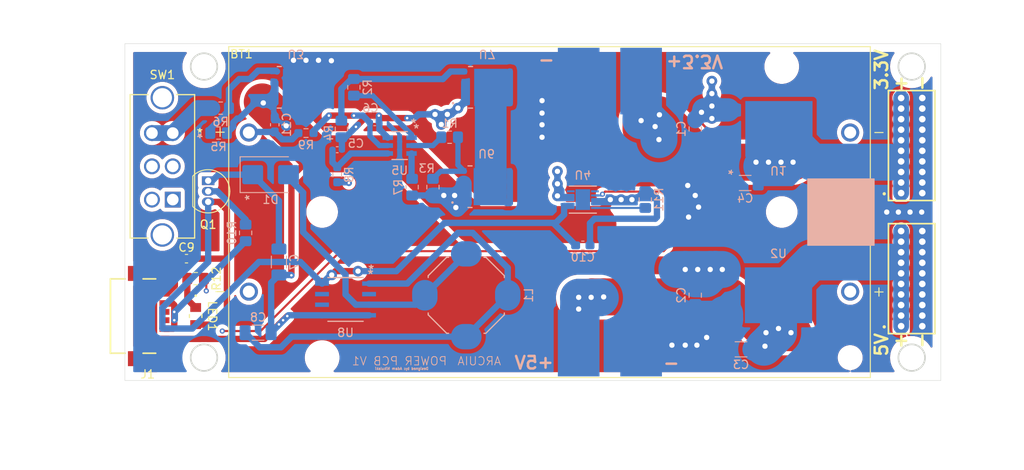
<source format=kicad_pcb>
(kicad_pcb (version 20240108) (generator "pcbnew") (generator_version "8.0")
  (layers (0 "F.Cu" signal "F_SIGNAL.Cu") (1 "In1.Cu" power "Power.Cu") (2 "In2.Cu" power "GND.Cu") (31 "B.Cu" signal "B_SIGNAL.Cu") (34 "B.Paste" user) (35 "F.Paste" user) (36 "B.SilkS" user "B.Silkscreen") (37 "F.SilkS" user "F.Silkscreen") (38 "B.Mask" user) (39 "F.Mask" user) (44 "Edge.Cuts" user))
  (net 0 "")
  (net 1 "Net-(BT1-PadN1)")
  (net 2 "+BATT 8.4V")
  (net 3 "GND")
  (net 4 "+5V")
  (net 5 "+3.3V")
  (net 6 "Net-(U5-VC)")
  (net 7 "Net-(U5-VDD)")
  (net 8 "Net-(D1-A1)")
  (net 9 "-BATT")
  (net 10 "USB +5V")
  (net 11 "+12V")
  (net 12 "Net-(D1-A2)")
  (net 19 "Net-(LED1-Pad1)")
  (net 20 "Net-(Q1-B)")
  (net 21 "Net-(U5-CO)")
  (net 22 "Net-(U6-G)")
  (net 23 "Net-(U7-G)")
  (net 24 "Net-(U5-DO)")
  (net 25 "Net-(U3-G)")
  (net 26 "Net-(R6-Pad1)")
  (net 27 "Net-(U5-VM)")
  (net 28 "Net-(U4-PROG)")
  (net 29 "Net-(U4-STAT)")
  (net 35 "Net-(U6-HEAT_PAD)")
  (net 39 "/-BATFET")
  (footprint "Package_TO_SOT_THT:TO-92_Inline" (layer "F.Cu") (at 105 42.23 -90)
    (property "Reference" "Q1")
    (property "Value" "2N4403" (hide yes))
  )
  (footprint "Group Rocket:BAT_1049P" (layer "F.Cu") (at 146 46)
    (property "Reference" "BT1")
    (property "Value" "1049P" (hide yes))
  )
  (footprint "Group Rocket:SAMTEC_SMS-110-X-X-D" (layer "F.Cu") (at 189.5 38 -90)
    (property "Reference" "J4" (hide yes))
    (property "Value" "SMS-110-X-X-D" (hide yes))
  )
  (footprint "Group Rocket:LED_LTST-C170KFKT_LTO-M" (layer "F.Cu") (at 103.5 58.5 -90)
    (property "Reference" "LED1")
    (property "Value" "LTST-C170KFKT" (hide yes))
  )
  (footprint "Group Rocket:MFS201N-9-Z_NDC" (layer "F.Cu") (at 99.5 40.5 180)
    (property "Reference" "SW1")
    (property "Value" "MFS201N-9-Z")
  )
  (footprint "Group Rocket:SAMTEC_SMS-110-X-X-D" (layer "F.Cu") (at 189.5 54 -90)
    (property "Reference" "J5" (hide yes))
    (property "Value" "SMS-110-X-X-D" (hide yes))
  )
  (footprint "Group Rocket:GCT_USB4135-GF-A_REVA" (layer "F.Cu") (at 96.75 58.5 -90)
    (property "Reference" "J1")
    (property "Value" "USB4135-GF-A_REVA")
  )
  (footprint "Capacitor_SMD:C_0603_1608Metric_Pad1.08x0.95mm_HandSolder" (layer "F.Cu") (at 102.4 51.6 180)
    (property "Reference" "C9")
    (property "Value" "1uF")
  )
  (footprint "Resistor_SMD:R_0805_2012Metric_Pad1.20x1.40mm_HandSolder" (layer "F.Cu") (at 103.5 54 180)
    (property "Reference" "R12")
    (property "Value" "1K")
  )
  (footprint "Group Rocket:LT1109ACS8-12#PBF" (layer "B.Cu") (at 121.5 56.5 180)
    (property "Reference" "U8")
    (property "Value" "LT1109ACS8-12-PBF" (hide yes))
  )
  (footprint "Group Rocket:IND_CB_CTX-1" (layer "B.Cu") (at 136 56 -90)
    (property "Reference" "L1")
    (property "Value" "10uH")
  )
  (footprint "Group Rocket:CSD17507Q5A" (layer "B.Cu") (at 115.5275 31)
    (property "Reference" "U3")
    (property "Value" "CSD17507Q5A" (hide yes))
  )
  (footprint "Capacitor_SMD:C_0402_1005Metric_Pad0.74x0.62mm_HandSolder" (layer "B.Cu") (at 120.5 38.5 180)
    (property "Reference" "C5")
    (property "Value" "0.1uF")
  )
  (footprint "Capacitor_SMD:C_1206_3216Metric_Pad1.33x1.80mm_HandSolder" (layer "B.Cu") (at 113.5 52 90)
    (property "Reference" "C7")
    (property "Value" "47uF 20V" (hide yes))
  )
  (footprint "Group Rocket:Power_Pad 5mm x 10mm" (layer "B.Cu") (at 157 30.25 180)
    (property "Reference" "U9" (hide yes))
    (property "Value" "~" (hide yes))
  )
  (footprint "Group Rocket:Power_Pad 5mm x 10mm" (layer "B.Cu") (at 157 61.75)
    (property "Reference" "U11" (hide yes))
    (property "Value" "~" (hide yes))
  )
  (footprint "Capacitor_SMD:C_1206_3216Metric_Pad1.33x1.80mm_HandSolder" (layer "B.Cu") (at 111 60.5 180)
    (property "Reference" "C8")
    (property "Value" "22uF")
  )
  (footprint "Group Rocket:AZ1084CD-3.3TRG1" (layer "B.Cu") (at 173.5 36 90)
    (property "Reference" "U1")
    (property "Value" "AZ1084CD-3.3TRG1" (hide yes))
  )
  (footprint "Diode_SMD:D_SMB" (layer "B.Cu") (at 112.5 41.5)
    (property "Reference" "D1")
    (property "Value" "MBRS130T3G" (hide yes))
  )
  (footprint "Group Rocket:Power_Pad 5mm x 10mm" (layer "B.Cu") (at 149.5 61.75)
    (property "Reference" "U12" (hide yes))
    (property "Value" "~" (hide yes))
  )
  (footprint "Capacitor_SMD:C_0805_2012Metric_Pad1.18x1.45mm_HandSolder" (layer "B.Cu") (at 163.5 36 -90)
    (property "Reference" "C1")
    (property "Value" "10uF")
  )
  (footprint "Resistor_SMD:R_0603_1608Metric_Pad0.98x0.95mm_HandSolder" (layer "B.Cu") (at 116.75 36.5)
    (property "Reference" "R9")
    (property "Value" "470ohm")
  )
  (footprint "Resistor_SMD:R_0805_2012Metric_Pad1.20x1.40mm_HandSolder" (layer "B.Cu") (at 122.5 31 90)
    (property "Reference" "R2")
    (property "Value" "47ohm" (hide yes))
  )
  (footprint "Group Rocket:CSD17507Q5A" (layer "B.Cu") (at 138.435072 42.945)
    (property "Reference" "U6")
    (property "Value" "CSD17507Q5A")
  )
  (footprint "Group Rocket:MCP73213T-A61I-MF" (layer "B.Cu") (at 150 44.5)
    (property "Reference" "U4")
    (property "Value" "MCP73213T-A61I/MF" (hide yes))
  )
  (footprint "Capacitor_SMD:C_0805_2012Metric_Pad1.18x1.45mm_HandSolder" (layer "B.Cu") (at 163.5 56 -90)
    (property "Reference" "C2")
    (property "Value" "10uF")
  )
  (footprint "Resistor_SMD:R_0805_2012Metric_Pad1.20x1.40mm_HandSolder" (layer "B.Cu") (at 106.25 36.5)
    (property "Reference" "R5")
    (property "Value" "100k")
  )
  (footprint "Resistor_SMD:R_0805_2012Metric_Pad1.20x1.40mm_HandSolder" (layer "B.Cu") (at 121 36 -90)
    (property "Reference" "R4")
    (property "Value" "100k")
  )
  (footprint "Capacitor_SMD:C_1206_3216Metric_Pad1.33x1.80mm_HandSolder" (layer "B.Cu") (at 169 62.5)
    (property "Reference" "C3")
    (property "Value" "22uF")
  )
  (footprint "Capacitor_SMD:C_0402_1005Metric_Pad0.74x0.62mm_HandSolder" (layer "B.Cu") (at 125 35.25)
    (property "Reference" "C6")
    (property "Value" "0.1uF")
  )
  (footprint "Capacitor_SMD:C_0603_1608Metric_Pad1.08x0.95mm_HandSolder" (layer "B.Cu") (at 150 50)
    (property "Reference" "C10")
    (property "Value" "1uF 25V MIN")
  )
  (footprint "Group Rocket:CSD17507Q5A" (layer "B.Cu") (at 138.5 31)
    (property "Reference" "U7")
    (property "Value" "CSD17507Q5A" (hide yes))
  )
  (footprint "Group Rocket:S-8252ABE-M6T1U" (layer "B.Cu") (at 128 38 180)
    (property "Reference" "U5")
    (property "Value" "S-8252ABE-M6T1U" (hide yes))
  )
  (footprint "Group Rocket:AZ1084CD-5.0TRG1" (layer "B.Cu") (at 173.4492 56 90)
    (property "Reference" "U2")
    (property "Value" "AZ1084CD-5.0TRG1" (hide yes))
  )
  (footprint "Capacitor_SMD:C_1206_3216Metric_Pad1.33x1.80mm_HandSolder" (layer "B.Cu") (at 169.5 42.5)
    (property "Reference" "C4")
    (property "Value" "22uF")
  )
  (footprint "Group Rocket:Power_Pad 5mm x 10mm" (layer "B.Cu") (at 149.5 30.25 180)
    (property "Reference" "U10" (hide yes))
    (property "Value" "~" (hide yes))
  )
  (footprint "Resistor_SMD:R_0805_2012Metric_Pad1.20x1.40mm_HandSolder" (layer "B.Cu") (at 157.5 44.5 90)
    (property "Reference" "R11")
    (property "Value" "1k 1% or lower")
  )
  (footprint "Resistor_SMD:R_0805_2012Metric_Pad1.20x1.40mm_HandSolder" (layer "B.Cu") (at 129.5 43 -90)
    (property "Reference" "R7")
    (property "Value" "2k")
  )
  (footprint "Resistor_SMD:R_0805_2012Metric_Pad1.20x1.40mm_HandSolder" (layer "B.Cu") (at 132 43 90)
    (property "Reference" "R3")
    (property "Value" "100k")
  )
  (footprint "Resistor_SMD:R_0805_2012Metric_Pad1.20x1.40mm_HandSolder" (layer "B.Cu") (at 109.5 48.5 -90)
    (property "Reference" "R10")
    (property "Value" "2K")
  )
  (footprint "Resistor_SMD:R_0805_2012Metric_Pad1.20x1.40mm_HandSolder" (layer "B.Cu") (at 106.5 33.5)
    (property "Reference" "R6")
    (property "Value" "47ohm")
  )
  (footprint "Resistor_SMD:R_0805_2012Metric_Pad1.20x1.40mm_HandSolder" (layer "B.Cu") (at 134 37 180)
    (property "Reference" "R1")
    (property "Value" "47ohm")
  )
  (footprint "Capacitor_SMD:C_0603_1608Metric_Pad1.08x0.95mm_HandSolder" (layer "B.Cu") (at 113 35.5 90)
    (property "Reference" "C11")
    (property "Value" "1uF 16V MIN")
  )
  (footprint "Resistor_SMD:R_0603_1608Metric_Pad0.98x0.95mm_HandSolder" (layer "B.Cu") (at 120.5 41.5 90)
    (property "Reference" "R8")
    (property "Value" "470ohm")
  )
  (gr_rect (start 177 42) (end 185 50) (stroke (width 0.1)) (fill solid) (layer "B.SilkS"))
  (gr_circle (center 189.5 28.5) (end 191.1 28.5) (stroke (width 0.2)) (fill none) (layer "Edge.Cuts"))
  (gr_circle (center 104.5 63.5) (end 106.1 63.5) (stroke (width 0.2)) (fill none) (layer "Edge.Cuts"))
  (gr_rect (start 95 25.75) (end 193 66.25) (stroke (width 0.05)) (fill none) (layer "Edge.Cuts"))
  (gr_circle (center 189.5 63.5) (end 191.1 63.5) (stroke (width 0.2)) (fill none) (layer "Edge.Cuts"))
  (gr_circle (center 104.5 28.5) (end 106.1 28.5) (stroke (width 0.2)) (fill none) (layer "Edge.Cuts"))
  (gr_text "3.3V" (at 161.75 27 180) (layer "B.SilkS") (effects (font (size 1.5 1.5) (thickness 0.3) (bold yes)) (justify left bottom mirror)))
  (gr_text "+" (at 161.75 29 90) (layer "B.SilkS") (effects (font (size 1.5 1.5) (thickness 0.3) (bold yes)) (justify left bottom)))
  (gr_text "+" (at 144.75 63 270) (layer "B.SilkS") (effects (font (size 1.5 1.5) (thickness 0.3) (bold yes)) (justify left bottom)))
  (gr_text "-" (at 159.5 65 0) (layer "B.SilkS") (effects (font (size 1.5 1.5) (thickness 0.3) (bold yes)) (justify left bottom)))
  (gr_text "ARCUIA" (at 140.25 64.5 0) (layer "B.SilkS") (effects (font (size 1 1) (thickness 0.1)) (justify left bottom mirror)))
  (gr_text "5V" (at 144.75 65 0) (layer "B.SilkS") (effects (font (size 1.5 1.5) (thickness 0.3) (bold yes)) (justify left bottom mirror)))
  (gr_text "Designed by: Adam Nikulski" (at 131.5 65 0) (layer "B.SilkS") (effects (font (size 0.3048 0.3048) (thickness 0.0762) (bold yes)) (justify left bottom mirror)))
  (gr_text "-" (at 146.75 27 180) (layer "B.SilkS") (effects (font (size 1.5 1.5) (thickness 0.3) (bold yes)) (justify left bottom)))
  (gr_text "POWER PCB V1" (at 133.75 64.5 0) (layer "B.SilkS") (effects (font (size 1 1) (thickness 0.1)) (justify left bottom mirror)))
  (gr_text "-" (at 191.55 31.6 90) (layer "F.SilkS") (effects (font (size 1.5 1.5) (thickness 0.3) (bold yes)) (justify left bottom)))
  (gr_text "-" (at 191.55 62.55 90) (layer "F.SilkS") (effects (font (size 1.5 1.5) (thickness 0.3) (bold yes)) (justify left bottom)))
  (gr_text "+" (at 187.125 62.25 0) (layer "F.SilkS") (effects (font (size 1.5 1.5) (thickness 0.3) (bold yes)) (justify left bottom)))
  (gr_text "+" (at 187.15 31.3 0) (layer "F.SilkS") (effects (font (size 1.5 1.5) (thickness 0.3) (bold yes)) (justify left bottom)))
  (gr_text "3.3V" (at 186.75 31.5 90) (layer "F.SilkS") (effects (font (size 1.5 1.5) (thickness 0.3) (bold yes)) (justify left bottom)))
  (gr_text "5V" (at 186.75 63.5 90) (layer "F.SilkS") (effects (font (size 1.5 1.5) (thickness 0.3) (bold yes)) (justify left bottom)))
  (via (at 121.9 42.5) (size 0.6096) (drill 0.3048) (layers "F.Cu" "B.Cu") (net 1))
  (segment (start 121.8125 42.4125) (end 121.9 42.5) (width 0.762) (layer "B.Cu") (net 1))
  (segment (start 120.5 42.4125) (end 121.8125 42.4125) (width 0.762) (layer "B.Cu") (net 1))
  (via (at 165.5 34.75) (size 1.27) (drill 0.635) (layers "F.Cu" "B.Cu") (net 2))
  (via (at 166.75 52.9) (size 1.27) (drill 0.635) (layers "F.Cu" "B.Cu") (net 2))
  (via (at 165.5 31.75) (size 1.27) (drill 0.635) (layers "F.Cu" "B.Cu") (net 2))
  (via (at 146.95 42.6) (size 1.27) (drill 0.635) (layers "F.Cu" "B.Cu") (net 2))
  (via (at 165.3 52.9) (size 1.27) (drill 0.635) (layers "F.Cu" "B.Cu") (net 2))
  (via (at 165.5 33.25) (size 1.27) (drill 0.635) (layers "F.Cu" "B.Cu") (net 2))
  (via (at 146.95 44.05) (size 1.27) (drill 0.635) (layers "F.Cu" "B.Cu") (net 2))
  (via (at 146.95 41.1) (size 1.27) (drill 0.635) (layers "F.Cu" "B.Cu") (net 2))
  (via (at 162.3 52.9) (size 1.27) (drill 0.635) (layers "F.Cu" "B.Cu") (net 2))
  (via (at 163.8 52.9) (size 1.27) (drill 0.635) (layers "F.Cu" "B.Cu") (net 2))
  (via (at 164.25 34) (size 1.27) (drill 0.635) (layers "F.Cu" "B.Cu") (net 2))
  (via (at 165.5 30.25) (size 1.27) (drill 0.635) (layers "F.Cu" "B.Cu") (net 2))
  (segment (start 115.0875 37.25) (end 115.8375 36.5) (width 0.762) (layer "B.Cu") (net 2))
  (segment (start 164.25 34) (end 164.536 33.714) (width 1.905) (layer "B.Cu") (net 2))
  (segment (start 166 33.714) (end 165.25 33.714) (width 2.794) (layer "B.Cu") (net 2))
  (segment (start 164.7725 54.0275) (end 163.5 54.0275) (width 4.445) (layer "B.Cu") (net 2))
  (segment (start 166.75 52.9) (end 165.9 52.9) (width 4.445) (layer "B.Cu") (net 2))
  (segment (start 113 36.3625) (end 113.8875 37.25) (width 0.762) (layer "B.Cu") (net 2))
  (segment (start 166.1428 54.9625) (end 167.3913 53.714) (width 0.762) (layer "B.Cu") (net 2))
  (segment (start 163.5 34.9625) (end 163.5 34.75) (width 1.905) (layer "B.Cu") (net 2))
  (segment (start 163.5 34.75) (end 164 34.25) (width 1.905) (layer "B.Cu") (net 2))
  (segment (start 163.5 54.9625) (end 166.1428 54.9625) (width 0.762) (layer "B.Cu") (net 2))
  (segment (start 165.9 52.9) (end 165.3 52.9) (width 4.445) (layer "B.Cu") (net 2))
  (segment (start 167.4421 33.714) (end 167 33.714) (width 2.794) (layer "B.Cu") (net 2))
  (segment (start 113 36.3625) (end 109.9625 36.3625) (width 0.762) (layer "B.Cu") (net 2))
  (segment (start 109.9625 36.3625) (end 109.89 36.435) (width 0.762) (layer "B.Cu") (net 2))
  (segment (start 164 34.25) (end 164.125 34.125) (width 1.905) (layer "B.Cu") (net 2))
  (segment (start 167 33.714) (end 166.25 33.714) (width 2.794) (layer "B.Cu") (net 2))
  (segment (start 165.25 33.714) (end 164.75 33.714) (width 2.794) (layer "B.Cu") (net 2))
  (segment (start 148.5522 44.000001) (end 148.5522 44.5) (width 0.254) (layer "B.Cu") (net 2))
  (segment (start 165.9 52.9) (end 164.7725 54.0275) (width 4.445) (layer "B.Cu") (net 2))
  (segment (start 165.3 52.9) (end 163.8 52.9) (width 4.445) (layer "B.Cu") (net 2))
  (segment (start 113.8875 37.25) (end 115.0875 37.25) (width 0.762) (layer "B.Cu") (net 2))
  (segment (start 162.3 52.9) (end 161.3 52.9) (width 4.445) (layer "B.Cu") (net 2))
  (segment (start 163.8 52.9) (end 162.3 52.9) (width 4.445) (layer "B.Cu") (net 2))
  (segment (start 166.25 33.714) (end 166 33.714) (width 2.794) (layer "B.Cu") (net 2))
  (segment (start 164.125 34.125) (end 164.25 34) (width 1.905) (layer "B.Cu") (net 2))
  (segment (start 164.75 33.714) (end 164.536 33.714) (width 2.794) (layer "B.Cu") (net 2))
  (via (at 162.7 46.6) (size 1.27) (drill 0.635) (layers "F.Cu" "B.Cu") (net 3))
  (via (at 118.25 27.75) (size 1.27) (drill 0.635) (layers "F.Cu" "B.Cu") (net 3))
  (via (at 145.1 32.6) (size 1.27) (drill 0.635) (layers "F.Cu" "B.Cu") (net 3))
  (via (at 186.5 46) (size 1.27) (drill 0.635) (layers "F.Cu" "B.Cu") (net 3))
  (via (at 190.7 46) (size 1.27) (drill 0.635) (layers "F.Cu" "B.Cu") (net 3))
  (via (at 115.25 27.75) (size 1.27) (drill 0.635) (layers "F.Cu" "B.Cu") (net 3))
  (via (at 162.3 62) (size 1.27) (drill 0.635) (layers "F.Cu" "B.Cu") (net 3))
  (via (at 187.9 46) (size 1.27) (drill 0.635) (layers "F.Cu" "B.Cu") (net 3))
  (via (at 189.3 46) (size 1.27) (drill 0.635) (layers "F.Cu" "B.Cu") (net 3))
  (via (at 164.8725 61.0725) (size 1.27) (drill 0.635) (layers "F.Cu" "B.Cu") (net 3))
  (via (at 116.75 27.75) (size 1.27) (drill 0.635) (layers "F.Cu" "B.Cu") (net 3))
  (via (at 145.1 34.1) (size 1.27) (drill 0.635) (layers "F.Cu" "B.Cu") (net 3))
  (via (at 163.9 45.4) (size 1.27) (drill 0.635) (layers "F.Cu" "B.Cu") (net 3))
  (via (at 162.6 42.8) (size 1.27) (drill 0.635) (layers "F.Cu" "B.Cu") (net 3))
  (via (at 119.8 27.8) (size 1.27) (drill 0.635) (layers "F.Cu" "B.Cu") (net 3))
  (via (at 163.7 62) (size 1.27) (drill 0.635) (layers "F.Cu" "B.Cu") (net 3))
  (via (at 163.5 44) (size 1.27) (drill 0.635) (layers "F.Cu" "B.Cu") (net 3))
  (via (at 145.1 37) (size 1.27) (drill 0.635) (layers "F.Cu" "B.Cu") (net 3))
  (via (at 145.1 35.5) (size 1.27) (drill 0.635) (layers "F.Cu" "B.Cu") (net 3))
  (via (at 160.7 62) (size 1.27) (drill 0.635) (layers "F.Cu" "B.Cu") (net 3))
  (segment (start 167.0389 58.9061) (end 167.0389 58.286) (width 4.445) (layer "B.Cu") (net 3))
  (segment (start 164.4 44.9) (end 162.7 46.6) (width 4.445) (layer "B.Cu") (net 3))
  (segment (start 167.3913 62.4538) (end 167.4375 62.5) (width 0.762) (layer "B.Cu") (net 3))
  (segment (start 164.3846 42.5) (end 162.6 42.5) (width 4.445) (layer "B.Cu") (net 3))
  (segment (start 145.1 34.1) (end 145.1 35.5) (width 4.445) (layer "B.Cu") (net 3))
  (segment (start 190.77 32.285) (end 190.77 43.715) (width 1.905) (layer "B.Cu") (net 3))
  (segment (start 167.4421 38.286) (end 167.4421 42.0046) (width 1.27) (layer "B.Cu") (net 3))
  (segment (start 163.5 57.0375) (end 166.1428 57.0375) (width 0.762) (layer "B.Cu") (net 3))
  (segment (start 118.735072 30.365) (end 118.735072 31.635) (width 0.762) (layer "B.Cu") (net 3))
  (segment (start 145.1 32.5) (end 145.1 32.6) (width 4.445) (layer "B.Cu") (net 3))
  (segment (start 163.5 44) (end 164.4 44.9) (width 4.445) (layer "B.Cu") (net 3))
  (segment (start 163.5 37.0375) (end 166.1936 37.0375) (width 1.27) (layer "B.Cu") (net 3))
  (segment (start 167.3913 58.286) (end 167.3913 62.4538) (width 0.762) (layer "B.Cu") (net 3))
  (segment (start 166.1936 37.0375) (end 167.4421 38.286) (width 1.27) (layer "B.Cu") (net 3))
  (segment (start 147.6 30) (end 145.1 32.5) (width 4.445) (layer "B.Cu") (net 3))
  (segment (start 190.77 46) (end 190.77 48.285) (width 1.905) (layer "B.Cu") (net 3))
  (segment (start 163.7 62) (end 163.945 62) (width 4.445) (layer "B.Cu") (net 3))
  (segment (start 187.9 46) (end 186.5 46) (width 1.905) (layer "B.Cu") (net 3))
  (segment (start 162.6 42.8) (end 162.6 43.1) (width 4.445) (layer "B.Cu") (net 3))
  (segment (start 167.4421 42.0046) (end 167.9375 42.5) (width 1.27) (layer "B.Cu") (net 3))
  (segment (start 117.070036 30.365) (end 116.435036 31) (width 1.905) (layer "B.Cu") (net 3))
  (segment (start 189.3 46) (end 189.2 46) (width 1.905) (layer "B.Cu") (net 3))
  (segment (start 163.9 45.4) (end 162.5 45.4) (width 4.445) (layer "B.Cu") (net 3))
  (segment (start 160.7 62) (end 162.3 62) (width 4.445) (layer "B.Cu") (net 3))
  (segment (start 190.77 43.715) (end 190.77 46) (width 1.905) (layer "B.Cu") (net 3))
  (segment (start 118.735072 29.095) (end 118.735072 30.365) (width 0.762) (layer "B.Cu") (net 3))
  (segment (start 166.1428 57.0375) (end 167.3913 58.286) (width 0.762) (layer "B.Cu") (net 3))
  (segment (start 187.9 46) (end 187.7 46) (width 1.905) (layer "B.Cu") (net 3))
  (segment (start 190.77 48.285) (end 190.77 59.715) (width 1.905) (layer "B.Cu") (net 3))
  (segment (start 118.735072 31.635) (end 118.735072 32.905) (width 0.762) (layer "B.Cu") (net 3))
  (segment (start 162.6 43.1) (end 163.5 44) (width 4.445) (layer "B.Cu") (net 3))
  (segment (start 145.1 35.5) (end 145.1 37) (width 4.445) (layer "B.Cu") (net 3))
  (segment (start 162.3 62) (end 163.7 62) (width 4.445) (layer "B.Cu") (net 3))
  (segment (start 157 62) (end 160.7 62) (width 4.445) (layer "B.Cu") (net 3))
  (segment (start 145.1 32.6) (end 145.1 34.1) (width 4.445) (layer "B.Cu") (net 3))
  (segment (start 149.5 30) (end 147.6 30) (width 4.445) (layer "B.Cu") (net 3))
  (segment (start 163.945 62) (end 164.8725 61.0725) (width 4.445) (layer "B.Cu") (net 3))
  (segment (start 163.6607 40.095) (end 164.3846 40.8189) (width 4.445) (layer "B.Cu") (net 3))
  (segment (start 190.77 46) (end 190.7 46) (width 1.905) (layer "B.Cu") (net 3))
  (segment (start 164.3846 40.8189) (end 164.3846 42.5) (width 4.445) (layer "B.Cu") (net 3))
  (segment (start 189.2 46) (end 187.9 46) (width 1.905) (layer "B.Cu") (net 3))
  (segment (start 190.7 46) (end 189.3 46) (width 1.905) (layer "B.Cu") (net 3))
  (segment (start 164.8725 61.0725) (end 167.0389 58.9061) (width 4.445) (layer "B.Cu") (net 3))
  (segment (start 162.6 42.5) (end 162.6 42.8) (width 4.445) (layer "B.Cu") (net 3))
  (segment (start 175 60.5) (end 175.25 60.5) (width 4.445) (layer "F.Cu") (net 4))
  (segment (start 152.5 56.2) (end 167.7 56.2) (width 4.445) (layer "F.Cu") (net 4))
  (segment (start 151 56.25) (end 151.05 56.2) (width 4.445) (layer "F.Cu") (net 4))
  (segment (start 151.05 56.2) (end 152.5 56.2) (width 4.445) (layer "F.Cu") (net 4))
  (segment (start 149.5 56.25) (end 151 56.25) (width 4.445) (layer "F.Cu") (net 4))
  (segment (start 167.7 56.2) (end 172 60.5) (width 4.445) (layer "F.Cu") (net 4))
  (segment (start 172 60.5) (end 175 60.5) (width 4.445) (layer "F.Cu") (net 4))
  (via (at 172 60.5) (size 1.27) (drill 0.635) (layers "F.Cu" "B.Cu") (net 4))
  (via (at 152.5 56.2) (size 1.27) (drill 0.635) (layers "F.Cu" "B.Cu") (net 4))
  (via (at 151 56.25) (size 1.27) (drill 0.635) (layers "F.Cu" "B.Cu") (net 4))
  (via (at 149.5 56.25) (size 1.27) (drill 0.635) (layers "F.Cu" "B.Cu") (net 4))
  (via (at 149.5 57.66) (size 1.27) (drill 0.635) (layers "F.Cu" "B.Cu") (net 4))
  (via (at 173.5 60) (size 1.27) (drill 0.635) (layers "F.Cu" "B.Cu") (net 4))
  (via (at 171.875 62.125) (size 1.27) (drill 0.635) (layers "F.Cu" "B.Cu") (net 4))
  (via (at 175 60.5) (size 1.27) (drill 0.635) (layers "F.Cu" "B.Cu") (net 4))
  (segment (start 149.5 56.25) (end 152.05 56.25) (width 4.445) (layer "B.Cu") (net 4))
  (segment (start 177.5 52) (end 186.75 52) (width 4.445) (layer "B.Cu") (net 4))
  (segment (start 171.875 62.125) (end 171.75 62.25) (width 4.445) (layer "B.Cu") (net 4))
  (segment (start 173.5 60) (end 173.5 60.5) (width 4.445) (layer "B.Cu") (net 4))
  (segment (start 149.5 62) (end 149.5 57.66) (width 4.445) (layer "B.Cu") (net 4))
  (segment (start 171.5 62.5) (end 171.75 62.25) (width 2.794) (layer "B.Cu") (net 4))
  (segment (start 149.5 57.66) (end 149.5 57.5) (width 4.445) (layer "B.Cu") (net 4))
  (segment (start 173.5 56) (end 173.5 60) (width 4.445) (layer "B.Cu") (net 4))
  (segment (start 173.5 60.5) (end 171.875 62.125) (width 4.445) (layer "B.Cu") (net 4))
  (segment (start 170.5625 62.5) (end 171.5 62.5) (width 2.794) (layer "B.Cu") (net 4))
  (segment (start 149.5 57.5) (end 149.5 56.25) (width 4.445) (layer "B.Cu") (net 4))
  (segment (start 188.23 59.715) (end 188.23 48.285) (width 1.905) (layer "B.Cu") (net 4))
  (segment (start 173.5 56) (end 177.5 52) (width 4.445) (layer "B.Cu") (net 4))
  (segment (start 152.05 56.25) (end 152.1 56.3) (width 4.445) (layer "B.Cu") (net 4))
  (segment (start 157 35) (end 159.393015 35) (width 4.445) (layer "F.Cu") (net 5))
  (segment (start 164.393015 40) (end 170.8 40) (width 4.445) (layer "F.Cu") (net 5))
  (segment (start 170.8 40) (end 172.3 40) (width 4.445) (layer "F.Cu") (net 5))
  (segment (start 173.8 40) (end 175.25 40) (width 4.445) (layer "F.Cu") (net 5))
  (segment (start 159.2 34.3) (end 164.2 39.3) (width 4.445) (layer "F.Cu") (net 5))
  (segment (start 157 36) (end 159.4 38.4) (width 4.445) (layer "F.Cu") (net 5))
  (segment (start 172.3 40) (end 173.8 40) (width 4.445) (layer "F.Cu") (net 5))
  (segment (start 157 35) (end 157 36) (width 4.445) (layer "F.Cu") (net 5))
  (via (at 159.2 34.3) (size 1.27) (drill 0.635) (layers "F.Cu" "B.Cu") (net 5))
  (via (at 158.681563 35.718437) (size 1.27) (drill 0.635) (layers "F.Cu" "B.Cu") (net 5))
  (via (at 173.8 40) (size 1.27) (drill 0.635) (layers "F.Cu" "B.Cu") (net 5))
  (via (at 159.141771 37.284271) (size 1.27) (drill 0.635) (layers "F.Cu" "B.Cu") (net 5))
  (via (at 175.25 40) (size 1.27) (drill 0.635) (layers "F.Cu" "B.Cu") (net 5))
  (via (at 157 35) (size 1.27) (drill 0.635) (layers "F.Cu" "B.Cu") (net 5))
  (via (at 170.8 40) (size 1.27) (drill 0.635) (layers "F.Cu" "B.Cu") (net 5))
  (via (at 172.3 40) (size 1.27) (drill 0.635) (layers "F.Cu" "B.Cu") (net 5))
  (segment (start 188.23 32.285) (end 188.23 43.715) (width 1.905) (layer "B.Cu") (net 5))
  (segment (start 174.5254 36.9746) (end 174.5254 39.7746) (width 4.445) (layer "B.Cu") (net 5))
  (segment (start 171.6 40.4) (end 171.5 40.5) (width 4.445) (layer "B.Cu") (net 5))
  (segment (start 177.5508 40) (end 186.75 40) (width 4.445) (layer "B.Cu") (net 5))
  (segment (start 174.5254 39.7746) (end 173.9 40.4) (width 4.445) (layer "B.Cu") (net 5))
  (segment (start 157.963126 35) (end 157 35) (width 4.445) (layer "B.Cu") (net 5))
  (segment (start 173.5508 36) (end 177.5508 40) (width 4.445) (layer "B.Cu") (net 5))
  (segment (start 173.9 40.4) (end 171.6 40.4) (width 4.445) (layer "B.Cu") (net 5))
  (segment (start 157 30) (end 157 35) (width 4.445) (layer "B.Cu") (net 5))
  (segment (start 173.5508 36) (end 174.5254 36.9746) (width 4.445) (layer "B.Cu") (net 5))
  (segment (start 158.681563 35.718437) (end 157.963126 35) (width 4.445) (layer "B.Cu") (net 5))
  (segment (start 158.681563 35.718437) (end 159.141771 36.178645) (width 4.445) (layer "B.Cu") (net 5))
  (segment (start 159.141771 36.178645) (end 159.141771 37.284271) (width 4.445) (layer "B.Cu") (net 5))
  (segment (start 171.0625 42.5) (end 175.0508 42.5) (width 0.762) (layer "B.Cu") (net 5))
  (segment (start 175.0508 42.5) (end 177.5508 40) (width 0.762) (layer "B.Cu") (net 5))
  (segment (start 119.9325 40.02) (end 120.5 40.5875) (width 0.762) (layer "B.Cu") (net 6))
  (segment (start 122.137499 38.950001) (end 120.5 40.5875) (width 0.762) (layer "B.Cu") (net 6))
  (segment (start 126.57125 38.950001) (end 122.137499 38.950001) (width 0.762) (layer "B.Cu") (net 6))
  (segment (start 119.9325 38.5) (end 119.9325 40.02) (width 0.762) (layer "B.Cu") (net 6))
  (segment (start 119.5 34.4) (end 122.5 34.4) (width 0.762) (layer "F.Cu") (net 7))
  (via (at 122.5 34.4) (size 0.6096) (drill 0.3048) (layers "F.Cu" "B.Cu") (net 7))
  (via (at 119.5 34.4) (size 0.6096) (drill 0.3048) (layers "F.Cu" "B.Cu") (net 7))
  (segment (start 117.6625 36.2375) (end 119.5 34.4) (width 0.762) (layer "B.Cu") (net 7))
  (segment (start 122.5 34.4) (end 123.5825 34.4) (width 0.762) (layer "B.Cu") (net 7))
  (segment (start 124.4325 35.25) (end 124.4325 36.854299) (width 0.635) (layer "B.Cu") (net 7))
  (segment (start 123.5825 34.4) (end 124.4325 35.25) (width 0.762) (layer "B.Cu") (net 7))
  (segment (start 125.578201 38) (end 126.57125 38) (width 0.635) (layer "B.Cu") (net 7))
  (segment (start 124.4325 36.854299) (end 125.578201 38) (width 0.635) (layer "B.Cu") (net 7))
  (segment (start 117.6625 36.5) (end 117.6625 36.2375) (width 0.762) (layer "B.Cu") (net 7))
  (segment (start 113.5 50.4375) (end 113.5 44.65) (width 0.762) (layer "B.Cu") (net 8))
  (segment (start 113.5 44.65) (end 110.35 41.5) (width 0.762) (layer "B.Cu") (net 8))
  (segment (start 105 42.23) (end 105.5 42.23) (width 0.762) (layer "B.Cu") (net 8))
  (segment (start 105.5 42.23) (end 106.23 41.5) (width 0.762) (layer "B.Cu") (net 8))
  (segment (start 106.23 41.5) (end 110.35 41.5) (width 0.762) (layer "B.Cu") (net 8))
  (segment (start 98.5 60.912) (end 98.838 61.25) (width 0.762) (layer "F.Cu") (net 9))
  (segment (start 101 53) (end 101 54.86) (width 0.762) (layer "F.Cu") (net 9))
  (segment (start 100.11 55.75) (end 99.5 55.75) (width 0.762) (layer "F.Cu") (net 9))
  (segment (start 115 53.6) (end 115 41.75) (width 0.762) (layer "F.Cu") (net 9))
  (segment (start 111.75 61.25) (end 99.5 61.25) (width 0.762) (layer "F.Cu") (net 9))
  (segment (start 136.8 47.5) (end 151.8 47.5) (width 4.445) (layer "F.Cu") (net 9))
  (segment (start 133.3 44) (end 136.8 47.5) (width 4.445) (layer "F.Cu") (net 9))
  (segment (start 114 59) (end 114.5 58.5) (width 0.762) (layer "F.Cu") (net 9))
  (segment (start 99.75 55.75) (end 98.838 55.75) (width 0.762) (layer "F.Cu") (net 9))
  (segment (start 98.5 56.088) (end 98.5 60.912) (width 0.762) (layer "F.Cu") (net 9))
  (segment (start 101 54.86) (end 100.11 55.75) (width 0.762) (layer "F.Cu") (net 9))
  (segment (start 101.5375 51.6) (end 101.5375 52.4625) (width 0.762) (layer "F.Cu") (net 9))
  (segment (start 113.5 59.5) (end 114 59) (width 0.762) (layer "F.Cu") (net 9))
  (segment (start 111.5 32.75) (end 111.625 32.875) (width 4.445) (layer "F.Cu") (net 9))
  (segment (start 111.75 61.25) (end 113.5 59.5) (width 0.762) (layer "F.Cu") (net 9))
  (segment (start 115 41.75) (end 117.75 39) (width 0.762) (layer "F.Cu") (net 9))
  (segment (start 117.75 39) (end 128.3 39) (width 4.445) (layer "F.Cu") (net 9))
  (segment (start 114.375 35.625) (end 117.75 39) (width 4.445) (layer "F.Cu") (net 9))
  (segment (start 128.3 39) (end 133.3 44) (width 4.445) (layer "F.Cu") (net 9))
  (segment (start 101.5375 52.4625) (end 101 53) (width 0.762) (layer "F.Cu") (net 9))
  (segment (start 111.625 32.875) (end 114.375 35.625) (width 4.445) (layer "F.Cu") (net 9))
  (segment (start 98.838 55.75) (end 98.5 56.088) (width 0.762) (layer "F.Cu") (net 9))
  (segment (start 98.838 61.25) (end 99.75 61.25) (width 0.762) (layer "F.Cu") (net 9))
  (via (at 154.6 44.5) (size 1.27) (drill 0.635) (layers "F.Cu" "B.Cu") (net 9))
  (via (at 133.3 44) (size 1.27) (drill 0.635) (layers "F.Cu" "B.Cu") (net 9))
  (via (at 114 59) (size 0.6096) (drill 0.3048) (layers "F.Cu" "B.Cu") (net 9))
  (via (at 134.6 44) (size 1.27) (drill 0.635) (layers "F.Cu" "B.Cu") (net 9))
  (via (at 115 53.6) (size 0.6096) (drill 0.3048) (layers "F.Cu" "B.Cu") (net 9))
  (via (at 114.375 35.625) (size 1.27) (drill 0.635) (layers "F.Cu" "B.Cu") (net 9))
  (via (at 114.5 58.5) (size 0.6096) (drill 0.3048) (layers "F.Cu" "B.Cu") (net 9))
  (via (at 155.9 44.5) (size 1.27) (drill 0.635) (layers "F.Cu" "B.Cu") (net 9))
  (via (at 153.3 44.5) (size 1.27) (drill 0.635) (layers "F.Cu" "B.Cu") (net 9))
  (via (at 134.75 45.45) (size 1.27) (drill 0.635) (layers "F.Cu" "B.Cu") (net 9))
  (via (at 113.5 59.5) (size 0.6096) (drill 0.3048) (layers "F.Cu" "B.Cu") (net 9))
  (via (at 111.625 32.875) (size 1.27) (drill 0.635) (layers "F.Cu" "B.Cu") (net 9))
  (segment (start 112.5625 54.5) (end 113.5 53.5625) (width 0.762) (layer "B.Cu") (net 9))
  (segment (start 158.1 43.5) (end 157.5 43.5) (width 0.762) (layer "B.Cu") (net 9))
  (segment (start 150.8625 47.3375) (end 151.4 46.8) (width 0.762) (layer "B.Cu") (net 9))
  (segment (start 134.9 45.6) (end 134.95 45.6) (width 1.905) (layer "B.Cu") (net 9))
  (segment (start 153.3 44.5) (end 154.6 44.5) (width 0.254) (layer "B.Cu") (net 9))
  (segment (start 113.264928 30.365) (end 113.264928 31.635) (width 0.381) (layer "B.Cu") (net 9))
  (segment (start 134.75 45.45) (end 134.9 45.6) (width 1.905) (layer "B.Cu") (net 9))
  (segment (start 110 32) (end 111.5 32) (width 0.381) (layer "B.Cu") (net 9))
  (segment (start 124.32575 58.405) (end 118.67425 58.405) (width 0.762) (layer "B.Cu") (net 9))
  (segment (start 133.3 44) (end 134.6 44) (width 1.905) (layer "B.Cu") (net 9))
  (segment (start 108 35.25) (end 108.5 34.75) (width 0.762) (layer "B.Cu") (net 9))
  (segment (start 108.5 34.75) (end 108.75 34.75) (width 0.762) (layer "B.Cu") (net 9))
  (segment (start 108.75 34.75) (end 111.25 32.25) (width 0.762) (layer "B.Cu") (net 9))
  (segment (start 114.9625 53.5625) (end 115 53.6) (width 0.762) (layer "B.Cu") (net 9))
  (segment (start 113 34.6375) (end 113 33.5) (width 0.381) (layer "B.Cu") (net 9))
  (segment (start 112.5625 60.5) (end 114.6575 58.405) (width 0.762) (layer "B.Cu") (net 9))
  (segment (start 151.4478 44.5) (end 153.3 44.5) (width 0.254) (layer "B.Cu") (net 9))
  (segment (start 151.4 46.8) (end 158.7 46.8) (width 0.762) (layer "B.Cu") (net 9))
  (segment (start 135.7 44.85) (end 135.7 42.565) (width 1.905) (layer "B.Cu") (net 9))
  (segment (start 113 33.169928) (end 113.264928 32.905) (width 0.381) (layer "B.Cu") (net 9))
  (segment (start 134.95 45.6) (end 135.7 44.85) (width 1.905) (layer "B.Cu") (net 9))
  (segment (start 113 33.5) (end 113 33.169928) (width 0.381) (layer "B.Cu") (net 9))
  (segment (start 112.25 32) (end 112.359928 32) (width 0.381) (layer "B.Cu") (net 9))
  (segment (start 108 35.75) (end 108 35.25) (width 0.762) (layer "B.Cu") (net 9))
  (segment (start 134.6 44) (end 134.85 44) (width 1.905) (layer "B.Cu") (net 9))
  (segment (start 107.25 36.5) (end 108 35.75) (width 0.762) (layer "B.Cu") (net 9))
  (segment (start 158.7 46.8) (end 158.9 46.6) (width 0.762) (layer "B.Cu") (net 9))
  (segment (start 134.85 44) (end 135.7 44.85) (width 1.905) (layer "B.Cu") (net 9))
  (segment (start 156.5 44.5) (end 157.5 43.5) (width 0.254) (layer "B.Cu") (net 9))
  (segment (start 111.5 32) (end 112.25 32) (width 0.381) (layer "B.Cu") (net 9))
  (segment (start 113.264928 32.905) (end 113.264928 31.635) (width 0.381) (layer "B.Cu") (net 9))
  (segment (start 155.9 44.5) (end 156.5 44.5) (width 0.254) (layer "B.Cu") (net 9))
  (segment (start 129.5 44) (end 132 44) (width 0.762) (layer "B.Cu") (net 9))
  (segment (start 132 44) (end 133.3 44) (width 1.905) (layer "B.Cu") (net 9))
  (segment (start 114.6575 58.405) (end 118.67425 58.405) (width 0.762) (layer "B.Cu") (net 9))
  (segment (start 158.9 44.3) (end 158.1 43.5) (width 0.762) (layer "B.Cu") (net 9))
  (segment (start 151.4478 44.999999) (end 151.4478 44.5) (width 0.254) (layer "B.Cu") (net 9))
  (segment (start 154.6 44.5) (end 155.9 44.5) (width 0.254) (layer "B.Cu") (net 9))
  (segment (start 113.5 53.5625) (end 114.9625 53.5625) (width 0.762) (layer "B.Cu") (net 9))
  (segment (start 133.3 44) (end 134.75 45.45) (width 1.905) (layer "B.Cu") (net 9))
  (segment (start 112.5625 60.5) (end 112.5625 54.5) (width 0.762) (layer "B.Cu") (net 9))
  (segment (start 112.359928 32) (end 113.264928 32.905) (width 0.381) (layer "B.Cu") (net 9))
  (segment (start 158.9 46.6) (end 158.9 44.3) (width 0.762) (layer "B.Cu") (net 9))
  (segment (start 150.8625 50) (end 150.8625 47.3375) (width 0.762) (layer "B.Cu") (net 9))
  (segment (start 100.931 59) (end 100.931 58) (width 0.762) (layer "F.Cu") (net 10))
  (segment (start 99.75 56.98) (end 100.48 56.98) (width 0.762) (layer "F.Cu") (net 10))
  (segment (start 99.75 60.02) (end 100.842 60.02) (width 0.762) (layer "F.Cu") (net 10))
  (segment (start 100.931 59.931) (end 100.931 59) (width 0.762) (layer "F.Cu") (net 10))
  (segment (start 100.931 57.181) (end 100.73 56.98) (width 0.762) (layer "F.Cu") (net 10))
  (segment (start 100.931 58) (end 100.931 57.181) (width 0.762) (layer "F.Cu") (net 10))
  (segment (start 100.73 56.98) (end 99.75 56.98) (width 0.762) (layer "F.Cu") (net 10))
  (via (at 100.931 59) (size 0.6096) (drill 0.3048) (layers "F.Cu" "B.Cu") (net 10))
  (via (at 100.931 58) (size 0.6096) (drill 0.3048) (layers "F.Cu" "B.Cu") (net 10))
  (segment (start 128.905 54.595) (end 135 48.5) (width 0.762) (layer "B.Cu") (net 10))
  (segment (start 136 60.9784) (end 140.9784 56) (width 0.762) (layer "B.Cu") (net 10))
  (segment (start 115.0216 60.9784) (end 136 60.9784) (width 0.762) (layer "B.Cu") (net 10))
  (segment (start 101 58) (end 109.5 49.5) (width 0.762) (layer "B.Cu") (net 10))
  (segment (start 111.1875 62.25) (end 113.75 62.25) (width 0.762) (layer "B.Cu") (net 10))
  (segment (start 135 48.5) (end 136.77282 48.5) (width 0.762) (layer "B.Cu") (net 10))
  (segment (start 124.32575 54.595) (end 128.905 54.595) (width 0.762) (layer "B.Cu") (net 10))
  (segment (start 101 58.931) (end 101 58) (width 0.762) (layer "B.Cu") (net 10))
  (segment (start 100.931 59) (end 101 58.931) (width 0.762) (layer "B.Cu") (net 10))
  (segment (start 109.4375 60.5) (end 111.1875 62.25) (width 0.762) (layer "B.Cu") (net 10))
  (segment (start 113.75 62.25) (end 115.0216 60.9784) (width 0.762) (layer "B.Cu") (net 10))
  (segment (start 140.9784 52.70558) (end 140.9784 56) (width 0.762) (layer "B.Cu") (net 10))
  (segment (start 136.77282 48.5) (end 140.9784 52.70558) (width 0.762) (layer "B.Cu") (net 10))
  (segment (start 107.15 51.6) (end 107.25 51.5) (width 0.762) (layer "F.Cu") (net 11))
  (segment (start 103.2625 51.6) (end 107.15 51.6) (width 0.762) (layer "F.Cu") (net 11))
  (segment (start 105.5 44.77) (end 106.27 44.77) (width 0.762) (layer "F.Cu") (net 11))
  (segment (start 107.25 57.75) (end 105.4713 59.5287) (width 0.762) (layer "F.Cu") (net 11))
  (segment (start 105.4713 59.5287) (end 103.5 59.5287) (width 0.762) (layer "F.Cu") (net 11))
  (segment (start 107.25 45.75) (end 107.25 51.5) (width 0.762) (layer "F.Cu") (net 11))
  (segment (start 107.25 51.5) (end 107.25 57.75) (width 0.762) (layer "F.Cu") (net 11))
  (segment (start 123 53.1) (end 120.3 53.1) (width 0.762) (layer "F.Cu") (net 11))
  (segment (start 106.27 44.77) (end 107.25 45.75) (width 0.762) (layer "F.Cu") (net 11))
  (segment (start 120.3 53.1) (end 119.840158 53.559842) (width 0.762) (layer "F.Cu") (net 11))
  (via (at 119.840158 53.559842) (size 1.27) (drill 0.635) (layers "F.Cu" "B.Cu") (net 11))
  (via (at 123 53.1) (size 1.27) (drill 0.635) (layers "F.Cu" "B.Cu") (net 11))
  (segment (start 111.095384 52) (end 116.07925 52) (width 0.762) (layer "B.Cu") (net 11))
  (segment (start 149.1375 50) (end 146.4375 47.3) (width 0.762) (layer "B.Cu") (net 11))
  (segment (start 127.6 53.1) (end 123 53.1) (width 0.762) (layer "B.Cu") (net 11))
  (segment (start 99.5 57.5) (end 99.5 60) (width 0.762) (layer "B.Cu") (net 11))
  (segment (start 146.4375 47.3) (end 146.752201 47.3) (width 0.762) (layer "B.Cu") (net 11))
  (segment (start 103.095384 60) (end 111.095384 52) (width 0.762) (layer "B.Cu") (net 11))
  (segment (start 99.5 60) (end 103.095384 60) (width 0.762) (layer "B.Cu") (net 11))
  (segment (start 105 52) (end 99.5 57.5) (width 0.762) (layer "B.Cu") (net 11))
  (segment (start 105 44.77) (end 105 52) (width 0.762) (layer "B.Cu") (net 11))
  (segment (start 146.752201 47.3) (end 147.75 46.302201) (width 0.762) (layer "B.Cu") (net 11))
  (segment (start 133.4 47.3) (end 127.6 53.1) (width 0.762) (layer "B.Cu") (net 11))
  (segment (start 147.75 45.25) (end 148.302199 45.25) (width 0.762) (layer "B.Cu") (net 11))
  (segment (start 116.07925 52) (end 118.67425 54.595) (width 0.762) (layer "B.Cu") (net 11))
  (segment (start 119.709408 53.559842) (end 118.67425 54.595) (width 0.762) (layer "B.Cu") (net 11))
  (segment (start 119.840158 53.559842) (end 119.709408 53.559842) (width 0.762) (layer "B.Cu") (net 11))
  (segment (start 147.75 46.302201) (end 147.75 45.25) (width 0.762) (layer "B.Cu") (net 11))
  (segment (start 146.4375 47.3) (end 133.4 47.3) (width 0.762) (layer "B.Cu") (net 11))
  (segment (start 129.8866 57.135) (end 131.0216 56) (width 0.762) (layer "B.Cu") (net 12))
  (segment (start 131.0216 56) (end 136 51.0216) (width 0.762) (layer "B.Cu") (net 12))
  (segment (start 121.5 55.9031) (end 121.5 53.5) (width 0.762) (layer "B.Cu") (net 12))
  (segment (start 122.7319 57.135) (end 121.5 55.9031) (width 0.762) (layer "B.Cu") (net 12))
  (segment (start 116.404 43.654) (end 114.65 41.9) (width 0.762) (layer "B.Cu") (net 12))
  (segment (start 114.65 41.9) (end 114.65 41.5) (width 0.762) (layer "B.Cu") (net 12))
  (segment (start 124.32575 57.135) (end 122.7319 57.135) (width 0.762) (layer "B.Cu") (net 12))
  (segment (start 116.404 48.404) (end 116.404 43.654) (width 0.762) (layer "B.Cu") (net 12))
  (segment (start 124.32575 57.135) (end 129.8866 57.135) (width 0.762) (layer "B.Cu") (net 12))
  (segment (start 121.5 53.5) (end 116.404 48.404) (width 0.762) (layer "B.Cu") (net 12))
  (segment (start 103.5 57.4713) (end 103.4713 57.4713) (width 0.762) (layer "F.Cu") (net 19))
  (segment (start 102.5 56.5) (end 102.5 54) (width 0.762) (layer "F.Cu") (net 19))
  (segment (start 103.4713 57.4713) (end 102.5 56.5) (width 0.762) (layer "F.Cu") (net 19))
  (segment (start 109.5 46.9) (end 109.5 47.5) (width 0.762) (layer "B.Cu") (net 20))
  (segment (start 105 43.5) (end 106.1 43.5) (width 0.762) (layer "B.Cu") (net 20))
  (segment (start 106.1 43.5) (end 109.5 46.9) (width 0.762) (layer "B.Cu") (net 20))
  (segment (start 129.42875 38) (end 132 38) (width 0.635) (layer "B.Cu") (net 21))
  (segment (start 132 38) (end 133 37) (width 0.635) (layer "B.Cu") (net 21))
  (segment (start 132.905 41.095) (end 135.764928 41.095) (width 0.635) (layer "B.Cu") (net 22))
  (segment (start 135 37) (end 135 40.330072) (width 0.635) (layer "B.Cu") (net 22))
  (segment (start 132 42) (end 132.905 41.095) (width 0.635) (layer "B.Cu") (net 22))
  (segment (start 135 40.330072) (end 135.764928 41.095) (width 0.635) (layer "B.Cu") (net 22))
  (segment (start 133.2 30) (end 134.105 29.095) (width 0.762) (layer "B.Cu") (net 23))
  (segment (start 121 31.2) (end 122.2 30) (width 0.762) (layer "B.Cu") (net 23))
  (segment (start 121 35) (end 121 31.2) (width 0.762) (layer "B.Cu") (net 23))
  (segment (start 122.2 30) (end 122.5 30) (width 0.762) (layer "B.Cu") (net 23))
  (segment (start 122.5 30) (end 133.2 30) (width 0.762) (layer "B.Cu") (net 23))
  (segment (start 134.105 29.095) (end 135.764928 29.095) (width 0.762) (layer "B.Cu") (net 23))
  (segment (start 129.42875 36.67875) (end 124.75 32) (width 0.635) (layer "B.Cu") (net 24))
  (segment (start 129.42875 37.049999) (end 129.42875 36.67875) (width 0.635) (layer "B.Cu") (net 24))
  (segment (start 124.75 32) (end 122.5 32) (width 0.635) (layer "B.Cu") (net 24))
  (segment (start 113.169928 29) (end 113.264928 29.095) (width 0.762) (layer "B.Cu") (net 25))
  (segment (start 108.75 30) (end 110 30) (width 0.762) (layer "B.Cu") (net 25))
  (segment (start 107.5 31.25) (end 108.75 30) (width 0.762) (layer "B.Cu") (net 25))
  (segment (start 110 30) (end 111 29) (width 0.762) (layer "B.Cu") (net 25))
  (segment (start 111 29) (end 113.169928 29) (width 0.762) (layer "B.Cu") (net 25))
  (segment (start 107.5 33.5) (end 107.5 33.75) (width 0.762) (layer "B.Cu") (net 25))
  (segment (start 105.25 36) (end 105.25 36.5) (width 0.762) (layer "B.Cu") (net 25))
  (segment (start 107.5 33.5) (end 107.5 31.25) (width 0.762) (layer "B.Cu") (net 25))
  (segment (start 107.5 33.75) (end 105.25 36) (width 0.762) (layer "B.Cu") (net 25))
  (segment (start 98.25 36.5) (end 100.75 36.5) (width 1.905) (layer "B.Cu") (net 26))
  (segment (start 100.75 36.5) (end 103.75 33.5) (width 1.905) (layer "B.Cu") (net 26))
  (segment (start 103.75 33.5) (end 105.5 33.5) (width 1.905) (layer "B.Cu") (net 26))
  (segment (start 129.42875 38.950001) (end 129.42875 41.92875) (width 0.762) (layer "B.Cu") (net 27))
  (segment (start 129.42875 41.92875) (end 129.5 42) (width 0.762) (layer "B.Cu") (net 27))
  (segment (start 151.447801 45.5) (end 151.4478 45.500001) (width 0.254) (layer "B.Cu") (net 28))
  (segment (start 157.5 45.5) (end 151.447801 45.5) (width 0.254) (layer "B.Cu") (net 28))
  (segment (start 111.9 59.7) (end 111.3 60.3) (width 0.254) (layer "F.Cu") (net 29))
  (segment (start 157.7 50.7) (end 120.9 50.7) (width 0.254) (layer "F.Cu") (net 29))
  (segment (start 160.2 50.2) (end 159.7 50.7) (width 0.254) (layer "F.Cu") (net 29))
  (segment (start 120.9 50.7) (end 111.9 59.7) (width 0.254) (layer "F.Cu") (net 29))
  (segment (start 111.3 60.3) (end 106.7 60.3) (width 0.254) (layer "F.Cu") (net 29))
  (segment (start 104.776356 54.276356) (end 104.5 54) (width 0.254) (layer "F.Cu") (net 29))
  (segment (start 152.367115 43.845115) (end 152.67423 43.538) (width 0.254) (layer "F.Cu") (net 29))
  (segment (start 159.538 43.538) (end 160.2 44.2) (width 0.254) (layer "F.Cu") (net 29))
  (segment (start 160.2 44.2) (end 160.2 50.2) (width 0.254) (layer "F.Cu") (net 29))
  (segment (start 104.776356 55.476356) (end 104.776356 54.276356) (width 0.254) (layer "F.Cu") (net 29))
  (segment (start 152.67423 43.538) (end 159.538 43.538) (width 0.254) (layer "F.Cu") (net 29))
  (segment (start 159.7 50.7) (end 157.7 50.7) (width 0.254) (layer "F.Cu") (net 29))
  (via (at 106.7 60.3) (size 0.6096) (drill 0.3048) (layers "F.Cu" "B.Cu") (net 29))
  (via (at 152.367115 43.845115) (size 0.6096) (drill 0.3048) (layers "F.Cu" "B.Cu") (net 29))
  (via (at 104.776356 55.476356) (size 0.6096) (drill 0.3048) (layers "F.Cu" "B.Cu") (net 29))
  (segment (start 152.212229 44.000001) (end 152.367115 43.845115) (width 0.254) (layer "B.Cu") (net 29))
  (segment (start 151.4478 44.000001) (end 152.212229 44.000001) (width 0.254) (layer "B.Cu") (net 29))
  (segment (start 141.235072 44.905) (end 140.840036 44.905) (width 0.762) (layer "B.Cu") (net 35))
  (segment (start 141.235072 41.095) (end 141.235072 42.365) (width 0.762) (layer "B.Cu") (net 35))
  (segment (start 141.235072 43.635) (end 141.235072 44.905) (width 0.762) (layer "B.Cu") (net 35))
  (segment (start 141.235072 32.905) (end 140.840036 32.905) (width 0.762) (layer "B.Cu") (net 35))
  (segment (start 140.840036 44.905) (end 138.935036 43) (width 0.762) (layer "B.Cu") (net 35))
  (segment (start 141.235072 42.365) (end 141.235072 43.635) (width 0.762) (layer "B.Cu") (net 35))
  (segment (start 140.840036 32.905) (end 138.935036 31) (width 0.762) (layer "B.Cu") (net 35))
  (segment (start 141.235072 31.635) (end 141.235072 32.905) (width 0.762) (layer "B.Cu") (net 35))
  (segment (start 141.235072 30.365) (end 141.235072 31.635) (width 0.762) (layer "B.Cu") (net 35))
  (segment (start 141.235072 29.095) (end 141.235072 30.365) (width 0.762) (layer "B.Cu") (net 35))
  (segment (start 138.935036 31) (end 138.935036 43) (width 3.81) (layer "B.Cu") (net 35))
  (segment (start 128.9 34.7) (end 125.8 34.7) (width 0.762) (layer "F.Cu") (net 39))
  (segment (start 125.5 34.4) (end 124.1 34.4) (width 0.762) (layer "F.Cu") (net 39))
  (segment (start 124.1 34.4) (end 122.7 35.8) (width 0.762) (layer "F.Cu") (net 39))
  (segment (start 122.75 35.75) (end 122.7 35.8) (width 0.762) (layer "F.Cu") (net 39))
  (segment (start 125.8 34.7) (end 125.5 34.4) (width 0.762) (layer "F.Cu") (net 39))
  (via (at 122.75 35.75) (size 0.6096) (drill 0.3048) (layers "F.Cu" "B.Cu") (net 39))
  (via (at 125.5 34.4) (size 0.6096) (drill 0.3048) (layers "F.Cu" "B.Cu") (net 39))
  (via (at 128.9 34.7) (size 0.6096) (drill 0.3048) (layers "F.Cu" "B.Cu") (net 39))
  (via (at 135 33.5) (size 1.27) (drill 0.635) (layers "F.Cu" "B.Cu") (net 39))
  (via (at 133.728941 34.25) (size 1.27) (drill 0.635) (layers "F.Cu" "B.Cu") (net 39))
  (via (at 132.25 34.25) (size 1.27) (drill 0.635) (layers "F.Cu" "B.Cu") (net 39))
  (via (at 133 35.465) (size 1.27) (drill 0.635) (layers "F.Cu" "B.Cu") (net 39))
  (segment (start 135.764928 31.635) (end 135.764928 32.905) (width 0.762) (layer "B.Cu") (net 39))
  (segment (start 133.728941 34.25) (end 134.25 34.25) (width 0.762) (layer "B.Cu") (net 39))
  (segment (start 121.0675 37.0675) (end 121 37) (width 0.762) (layer "B.Cu") (net 39))
  (segment (start 125.5 34.4) (end 125.5 35.1825) (width 0.762) (layer "B.Cu") (net 39))
  (segment (start 135.764928 31.1) (end 135.764928 31.635) (width 0.762) (layer "B.Cu") (net 39))
  (segment (start 129.8 34.7) (end 128.9 34.7) (width 0.762) (layer "B.Cu") (net 39))
  (segment (start 121 37) (end 121.5 37) (width 0.762) (layer "B.Cu") (net 39))
  (segment (start 125.5675 36.046249) (end 126.57125 37.049999) (width 0.762) (layer "B.Cu") (net 39))
  (segment (start 135.764928 32.735072) (end 135.764928 31.1) (width 0.762) (layer "B.Cu") (net 39))
  (segment (start 131.5 34.25) (end 130.25 34.25) (width 0.762) (layer "B.Cu") (net 39))
  (segment (start 121.5 37) (end 123 35.5) (width 0.762) (layer "B.Cu") (net 39))
  (segment (start 125.5 35.1825) (end 125.5675 35.25) (width 0.762) (layer "B.Cu") (net 39))
  (segment (start 134.25 34.25) (end 135.764928 32.735072) (width 0.762) (layer "B.Cu") (net 39))
  (segment (start 125.5675 35.25) (end 125.5675 36.046249) (width 0.762) (layer "B.Cu") (net 39))
  (segment (start 135.764928 30.365) (end 135.764928 31.1) (width 0.762) (layer "B.Cu") (net 39))
  (segment (start 133.728941 34.25) (end 132.25 34.25) (width 0.762) (layer "B.Cu") (net 39))
  (segment (start 121.0675 38.5) (end 121.0675 37.0675) (width 0.762) (layer "B.Cu") (net 39))
  (segment (start 130.25 34.25) (end 129.8 34.7) (width 0.762) (layer "B.Cu") (net 39))
  (zone (net 9) (net_name "-BATT") (layer "F.Cu") (priority 2) (connect_pads yes (clearance 0.5)) (min_thickness 0.25) (fill yes (thermal_gap 0.5) (thermal_bridge_width 0.5))
    (polygon (pts (xy 130.75 41.75) (xy 137 41.75) (xy 137 47) (xy 130.75 47)))
  )
  (zone (net 9) (net_name "-BATT") (layer "F.Cu") (priority 17) (connect_pads yes (clearance 0.5)) (min_thickness 0.25) (fill yes (thermal_gap 0.5) (thermal_bridge_width 0.5))
    (polygon (pts (xy 113.25 33.5) (xy 117.5 33.5) (xy 117.5 35.5) (xy 113.25 35.5)))
  )
  (zone (net 3) (net_name "GND") (layer "F.Cu") (priority 18) (connect_pads yes (clearance 0.5)) (min_thickness 0.25) (fill yes (thermal_gap 0.5) (thermal_bridge_width 0.5))
    (polygon (pts (xy 90.75 22.75) (xy 195.75 23.25) (xy 195.75 72) (xy 90 72)))
  )
  (zone (net 9) (net_name "-BATT") (layer "F.Cu") (priority 9) (connect_pads yes (clearance 0)) (min_thickness 0.25) (fill yes (thermal_gap 0.5) (thermal_bridge_width 0.5) (island_removal_mode 1) (island_area_min 9.999999))
    (polygon (pts (xy 149 44.3) (xy 149 49.7) (xy 159.5 49.7) (xy 159.5 44.3)))
  )
  (zone (net 9) (net_name "-BATT") (layer "B.Cu") (priority 11) (connect_pads yes (clearance 0)) (min_thickness 0.25) (fill yes (thermal_gap 0.5) (thermal_bridge_width 0.5) (island_removal_mode 1) (island_area_min 9.999999))
    (polygon (pts (xy 151 44.3) (xy 151 45.2) (xy 156.6 45.2) (xy 156.6 44.7) (xy 158.6 44.7) (xy 158.6 41.6) (xy 152.7 41.6) (xy 152.7 44.3)))
  )
  (zone (net 9) (net_name "-BATT") (layer "B.Cu") (priority 16) (connect_pads yes (clearance 0.5)) (min_thickness 0.25) (fill yes (thermal_gap 0.5) (thermal_bridge_width 0.5))
    (polygon (pts (xy 111 35.5) (xy 117.5 35.5) (xy 117.5 33.75) (xy 111 33.75)))
  )
  (zone (net 11) (net_name "+12V") (layer "B.Cu") (priority 7) (connect_pads yes (clearance 0)) (min_thickness 0.25) (fill yes (thermal_gap 0.5) (thermal_bridge_width 0.5) (island_removal_mode 1) (island_area_min 9.999999))
    (polygon (pts (xy 147.3 44.9) (xy 147.3 45.6) (xy 149.1 45.6) (xy 149.1 44.9)))
  )
  (zone (net 2) (net_name "+BATT 8.4V") (layer "B.Cu") (priority 8) (connect_pads yes (clearance 0)) (min_thickness 0.25) (fill yes (thermal_gap 0.5) (thermal_bridge_width 0.5) (island_removal_mode 1) (island_area_min 9.999999))
    (polygon (pts (xy 149 44.7) (xy 144.8 44.7) (xy 144.8 40) (xy 149.8 40) (xy 149.8 43.1) (xy 147.8 43.1) (xy 147.8 43.8) (xy 149 43.8)))
  )
  (zone (net 9) (net_name "-BATT") (layer "B.Cu") (priority 5) (connect_pads yes (clearance 0.5)) (min_thickness 0.25) (fill yes (thermal_gap 0.5) (thermal_bridge_width 0.5))
    (polygon (pts (xy 109 31.25) (xy 112 31.25) (xy 112 29.75) (xy 113.75 29.75) (xy 113.75 35.25) (xy 111.5 35.25) (xy 109 34) (xy 109 33.25)))
  )
  (zone (net 3) (net_name "GND") (layer "B.Cu") (priority 19) (connect_pads yes (clearance 0.5)) (min_thickness 0.25) (fill yes (thermal_gap 0.5) (thermal_bridge_width 0.5))
    (polygon (pts (xy 88.25 22.5) (xy 87.25 69.25) (xy 198 68.75) (xy 198.25 21.75) (xy 88.25 21.25)))
  )
  (zone (net 9) (net_name "-BATT") (layer "B.Cu") (priority 4) (connect_pads yes (clearance 0.5)) (min_thickness 0.25) (fill yes (thermal_gap 0.5) (thermal_bridge_width 0.5))
    (polygon (pts (xy 131.1 45.35) (xy 136.45 45.45) (xy 136.45 41.75) (xy 133.05 41.75) (xy 133.05 43) (xy 131.1 43)))
  )
  (zone (net 2) (net_name "+BATT 8.4V") (layer "B.Cu") (connect_pads yes (clearance 0.5)) (min_thickness 0.25) (fill yes (thermal_gap 0.5) (thermal_bridge_width 0.5))
    (polygon (pts (xy 162.5 36) (xy 164.5 36) (xy 164.5 35.25) (xy 169 35.25) (xy 169 32.25) (xy 167.75 32.25) (xy 167.75 29.5) (xy 163.25 29.5) (xy 163.25 32.75) (xy 162.5 34)))
  )
  (zone (net 39) (net_name "/-BATFET") (layer "B.Cu") (priority 6) (connect_pads yes (clearance 0.5)) (min_thickness 0.25) (fill yes (thermal_gap 0.5) (thermal_bridge_width 0.5) (island_removal_mode 1) (island_area_min 9.999999))
    (polygon (pts (xy 136.5 29.8) (xy 136.5 36.05) (xy 130 36.05) (xy 130 32.9) (xy 134.3 32.9) (xy 134.3 29.8)))
  )
)
</source>
